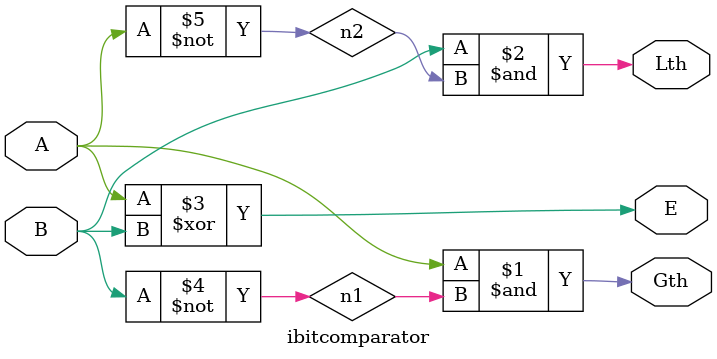
<source format=v>
`timescale 1ns / 1ps


module ibitcomparator(Gth, E, Lth, A,B);

input A,B;
output Gth, E, Lth;
wire n1,n2;

not not1(n1,B);
not not2(n2,A);

and and1(Gth, A, n1);
and and2 (Lth, B, n2);

xor xor1(E, A, B);

endmodule

</source>
